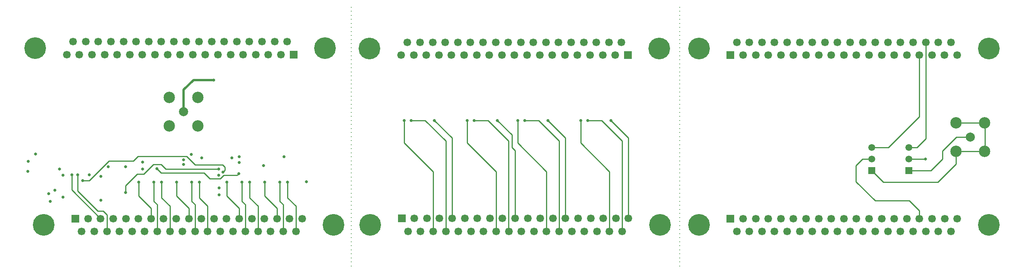
<source format=gbl>
G04 Layer_Physical_Order=4*
G04 Layer_Color=16711680*
%FSLAX25Y25*%
%MOIN*%
G70*
G01*
G75*
%ADD20C,0.01000*%
%ADD21C,0.02000*%
%ADD23C,0.01000*%
%ADD24R,0.06654X0.06654*%
%ADD25C,0.06654*%
%ADD26C,0.18740*%
%ADD27C,0.05906*%
%ADD28R,0.05906X0.05906*%
%ADD29C,0.09843*%
%ADD30C,0.07874*%
%ADD31C,0.02500*%
D20*
X511150Y397500D02*
X523650Y385000D01*
Y374050D02*
Y385000D01*
Y374050D02*
X526408Y371292D01*
X583000Y378000D02*
Y397500D01*
Y378000D02*
X607874Y353126D01*
X589000Y397500D02*
X601000D01*
X618740Y379760D01*
X609000Y397500D02*
X624177Y382323D01*
X528600Y378000D02*
Y397500D01*
Y378000D02*
X553474Y353126D01*
X534600Y397500D02*
X546600D01*
X564340Y379760D01*
X554600Y397500D02*
X569777Y382323D01*
X485150Y378000D02*
Y397500D01*
Y378000D02*
X510024Y353126D01*
X491150Y397500D02*
X503150D01*
X520890Y379760D01*
X430900Y378000D02*
X455774Y353126D01*
X430900Y378000D02*
Y397500D01*
X436900D02*
X448900D01*
X466640Y379760D01*
X456900Y397500D02*
X472077Y382323D01*
X907000Y383000D02*
X922500D01*
X848500Y374000D02*
X875197Y400697D01*
Y454000D01*
X907000Y395323D02*
X931646D01*
Y370677D02*
Y395323D01*
X906677Y370677D02*
X931646D01*
X866000Y354000D02*
X885000D01*
X895000Y364000D01*
Y371000D01*
X907000Y383000D01*
X891000Y344000D02*
X906677Y359677D01*
Y370677D01*
X472077Y312591D02*
Y382323D01*
X466640Y301410D02*
Y379760D01*
X455774Y301410D02*
Y353126D01*
X520890Y301410D02*
Y379760D01*
X510024Y301410D02*
Y353126D01*
X569777Y312591D02*
Y382323D01*
X564340Y301410D02*
Y379760D01*
X553474Y301410D02*
Y353126D01*
X624177Y312591D02*
Y382323D01*
X618740Y301410D02*
Y379760D01*
X607874Y301410D02*
Y353126D01*
X526408Y312591D02*
Y371292D01*
X323500Y327500D02*
Y344000D01*
Y327500D02*
X326425Y324575D01*
Y301311D02*
Y324575D01*
X330000Y330500D02*
Y344000D01*
Y330500D02*
X337291Y323209D01*
Y301311D02*
Y323209D01*
X320996Y312492D02*
Y321504D01*
X310500Y332000D02*
X320996Y321504D01*
X310500Y332000D02*
Y344000D01*
X277902Y332000D02*
Y344000D01*
Y332000D02*
X288398Y321504D01*
Y312492D02*
Y321504D01*
X304693Y301311D02*
Y323209D01*
X297402Y330500D02*
X304693Y323209D01*
X297402Y330500D02*
Y344000D01*
X293827Y301311D02*
Y324575D01*
X290902Y327500D02*
X293827Y324575D01*
X290902Y327500D02*
Y344000D01*
X234437Y332000D02*
Y344000D01*
Y332000D02*
X244933Y321504D01*
Y312492D02*
Y321504D01*
X261228Y301311D02*
Y323209D01*
X253937Y330500D02*
X261228Y323209D01*
X253937Y330500D02*
Y344000D01*
X250362Y301311D02*
Y324575D01*
X247437Y327500D02*
X250362Y324575D01*
X247437Y327500D02*
Y344000D01*
X201839Y332000D02*
Y344000D01*
Y332000D02*
X212335Y321504D01*
Y312492D02*
Y321504D01*
X228630Y301311D02*
Y323209D01*
X221339Y330500D02*
X228630Y323209D01*
X221339Y330500D02*
Y344000D01*
X217764Y301311D02*
Y324575D01*
X214839Y327500D02*
X217764Y324575D01*
X214839Y327500D02*
Y344000D01*
X144000Y337362D02*
X168870Y312492D01*
X144000Y337362D02*
Y350500D01*
X174299Y301311D02*
Y315701D01*
X171000Y319000D02*
X174299Y315701D01*
X166500Y319000D02*
X171000D01*
X149000Y336500D02*
X166500Y319000D01*
X149000Y336500D02*
Y350500D01*
X286471Y349971D02*
X288000Y351500D01*
X274971Y349971D02*
X286471D01*
X272000Y347000D02*
X274971Y349971D01*
X263000Y347000D02*
X272000D01*
X258000Y352000D02*
X263000Y347000D01*
X221250Y352000D02*
X258000D01*
X217500Y355750D02*
X221250Y352000D01*
X225220Y355279D02*
X270866D01*
X221000Y359500D02*
X225220Y355279D01*
X214500Y359500D02*
X221000D01*
X206000Y351000D02*
X214500Y359500D01*
X200500Y351000D02*
X206000D01*
X190500Y341000D02*
X200500Y351000D01*
X190500Y335000D02*
Y341000D01*
X153500Y345500D02*
X159000D01*
X176000Y362500D01*
X197000D01*
X201000Y366500D01*
X243000D01*
X250500Y359000D01*
X274000D01*
X276000Y357000D01*
Y354354D02*
Y357000D01*
X274366Y352720D02*
X276000Y354354D01*
X834000Y374000D02*
X848500D01*
X826000Y364000D02*
X834000D01*
X820500Y358500D02*
X826000Y364000D01*
X820500Y344500D02*
Y358500D01*
Y344500D02*
X837000Y328000D01*
X866500D01*
X875212Y319287D01*
Y312500D02*
Y319287D01*
X834000Y354000D02*
X844000Y344000D01*
X891000D01*
X880626Y381626D02*
Y465181D01*
X873000Y374000D02*
X880626Y381626D01*
X866000Y374000D02*
X873000D01*
X866000Y364000D02*
X880500D01*
D21*
X240500Y405000D02*
Y424000D01*
X249000Y432500D01*
X266500D01*
D23*
X668500Y271500D02*
D03*
Y275000D02*
D03*
Y278500D02*
D03*
Y282000D02*
D03*
Y285500D02*
D03*
Y289000D02*
D03*
Y292500D02*
D03*
Y296000D02*
D03*
Y299500D02*
D03*
Y303000D02*
D03*
Y306500D02*
D03*
Y310000D02*
D03*
Y313500D02*
D03*
Y317000D02*
D03*
Y320500D02*
D03*
Y324000D02*
D03*
Y327500D02*
D03*
Y331000D02*
D03*
Y334500D02*
D03*
Y338000D02*
D03*
Y341500D02*
D03*
Y345000D02*
D03*
Y348500D02*
D03*
Y352000D02*
D03*
Y355500D02*
D03*
Y359000D02*
D03*
Y362500D02*
D03*
Y366000D02*
D03*
Y369500D02*
D03*
Y373000D02*
D03*
Y376500D02*
D03*
Y380000D02*
D03*
Y383500D02*
D03*
Y387000D02*
D03*
Y390500D02*
D03*
Y394000D02*
D03*
Y397500D02*
D03*
Y401000D02*
D03*
Y404500D02*
D03*
Y408000D02*
D03*
Y411500D02*
D03*
Y415000D02*
D03*
Y418500D02*
D03*
Y422000D02*
D03*
Y425500D02*
D03*
Y429000D02*
D03*
Y432500D02*
D03*
Y436000D02*
D03*
Y439500D02*
D03*
Y443000D02*
D03*
Y446500D02*
D03*
Y450000D02*
D03*
Y453500D02*
D03*
Y457000D02*
D03*
Y460500D02*
D03*
Y464000D02*
D03*
Y467500D02*
D03*
Y471000D02*
D03*
Y474500D02*
D03*
Y478000D02*
D03*
Y481500D02*
D03*
Y485000D02*
D03*
Y488500D02*
D03*
Y492000D02*
D03*
Y495500D02*
D03*
X385000D02*
D03*
Y492000D02*
D03*
Y488500D02*
D03*
Y485000D02*
D03*
Y481500D02*
D03*
Y478000D02*
D03*
Y474500D02*
D03*
Y471000D02*
D03*
Y467500D02*
D03*
Y464000D02*
D03*
Y460500D02*
D03*
Y457000D02*
D03*
Y453500D02*
D03*
Y450000D02*
D03*
Y446500D02*
D03*
Y443000D02*
D03*
Y439500D02*
D03*
Y436000D02*
D03*
Y432500D02*
D03*
Y429000D02*
D03*
Y425500D02*
D03*
Y422000D02*
D03*
Y418500D02*
D03*
Y415000D02*
D03*
Y411500D02*
D03*
Y408000D02*
D03*
Y404500D02*
D03*
Y401000D02*
D03*
Y397500D02*
D03*
Y394000D02*
D03*
Y390500D02*
D03*
Y387000D02*
D03*
Y383500D02*
D03*
Y380000D02*
D03*
Y376500D02*
D03*
Y373000D02*
D03*
Y369500D02*
D03*
Y366000D02*
D03*
Y362500D02*
D03*
Y359000D02*
D03*
Y355500D02*
D03*
Y352000D02*
D03*
Y348500D02*
D03*
Y345000D02*
D03*
Y341500D02*
D03*
Y338000D02*
D03*
Y334500D02*
D03*
Y331000D02*
D03*
Y327500D02*
D03*
Y324000D02*
D03*
Y320500D02*
D03*
Y317000D02*
D03*
Y313500D02*
D03*
Y310000D02*
D03*
Y306500D02*
D03*
Y303000D02*
D03*
Y299500D02*
D03*
Y296000D02*
D03*
Y292500D02*
D03*
Y289000D02*
D03*
Y285500D02*
D03*
Y282000D02*
D03*
Y278500D02*
D03*
Y275000D02*
D03*
Y271500D02*
D03*
D24*
X335287Y454409D02*
D03*
X623688Y454009D02*
D03*
X428613Y312591D02*
D03*
X712220Y312500D02*
D03*
X712205Y454000D02*
D03*
X147138Y312492D02*
D03*
D25*
X139697Y454409D02*
D03*
X324421D02*
D03*
X313555D02*
D03*
X302689D02*
D03*
X291823D02*
D03*
X280957D02*
D03*
X270091D02*
D03*
X259225D02*
D03*
X248358D02*
D03*
X237492D02*
D03*
X226626D02*
D03*
X215760D02*
D03*
X204894D02*
D03*
X194028D02*
D03*
X183161D02*
D03*
X172295D02*
D03*
X161429D02*
D03*
X150563D02*
D03*
X329858Y465590D02*
D03*
X318992D02*
D03*
X308126D02*
D03*
X297260D02*
D03*
X286394D02*
D03*
X275528D02*
D03*
X264662D02*
D03*
X253795D02*
D03*
X242929D02*
D03*
X232063D02*
D03*
X221197D02*
D03*
X210331D02*
D03*
X199465D02*
D03*
X188599D02*
D03*
X177732D02*
D03*
X166866D02*
D03*
X156000D02*
D03*
X145134D02*
D03*
X433534Y465191D02*
D03*
X444400D02*
D03*
X455266D02*
D03*
X466132D02*
D03*
X476999D02*
D03*
X487865D02*
D03*
X498731D02*
D03*
X509597D02*
D03*
X520463D02*
D03*
X531329D02*
D03*
X542195D02*
D03*
X553061D02*
D03*
X563928D02*
D03*
X574794D02*
D03*
X585660D02*
D03*
X596526D02*
D03*
X607392D02*
D03*
X618258D02*
D03*
X438963Y454009D02*
D03*
X449829D02*
D03*
X460695D02*
D03*
X471561D02*
D03*
X482428D02*
D03*
X493294D02*
D03*
X504160D02*
D03*
X515026D02*
D03*
X525892D02*
D03*
X536758D02*
D03*
X547624D02*
D03*
X558491D02*
D03*
X569357D02*
D03*
X580223D02*
D03*
X591089D02*
D03*
X601955D02*
D03*
X612821D02*
D03*
X428097D02*
D03*
X624203Y312591D02*
D03*
X439479D02*
D03*
X450345D02*
D03*
X461211D02*
D03*
X472077D02*
D03*
X482943D02*
D03*
X493809D02*
D03*
X504675D02*
D03*
X515542D02*
D03*
X526408D02*
D03*
X537274D02*
D03*
X548140D02*
D03*
X559006D02*
D03*
X569872D02*
D03*
X580738D02*
D03*
X591605D02*
D03*
X602471D02*
D03*
X613337D02*
D03*
X434042Y301410D02*
D03*
X444908D02*
D03*
X455774D02*
D03*
X466640D02*
D03*
X477506D02*
D03*
X488372D02*
D03*
X499238D02*
D03*
X510105D02*
D03*
X520971D02*
D03*
X531837D02*
D03*
X542703D02*
D03*
X553569D02*
D03*
X564435D02*
D03*
X575302D02*
D03*
X586168D02*
D03*
X597034D02*
D03*
X607900D02*
D03*
X618766D02*
D03*
X902374Y301319D02*
D03*
X891508D02*
D03*
X880642D02*
D03*
X869775D02*
D03*
X858909D02*
D03*
X848043D02*
D03*
X837177D02*
D03*
X826311D02*
D03*
X815445D02*
D03*
X804579D02*
D03*
X793713D02*
D03*
X782846D02*
D03*
X771980D02*
D03*
X761114D02*
D03*
X750248D02*
D03*
X739382D02*
D03*
X728516D02*
D03*
X717650D02*
D03*
X896945Y312500D02*
D03*
X886079D02*
D03*
X875212D02*
D03*
X864346D02*
D03*
X853480D02*
D03*
X842614D02*
D03*
X831748D02*
D03*
X820882D02*
D03*
X810016D02*
D03*
X799150D02*
D03*
X788283D02*
D03*
X777417D02*
D03*
X766551D02*
D03*
X755685D02*
D03*
X744819D02*
D03*
X733953D02*
D03*
X723087D02*
D03*
X907811D02*
D03*
X902358Y465181D02*
D03*
X891492D02*
D03*
X880626D02*
D03*
X869760D02*
D03*
X858894D02*
D03*
X848028D02*
D03*
X837161D02*
D03*
X826295D02*
D03*
X815429D02*
D03*
X804563D02*
D03*
X793697D02*
D03*
X782831D02*
D03*
X771965D02*
D03*
X761098D02*
D03*
X750232D02*
D03*
X739366D02*
D03*
X728500D02*
D03*
X717634D02*
D03*
X896929Y454000D02*
D03*
X886063D02*
D03*
X875197D02*
D03*
X864331D02*
D03*
X853465D02*
D03*
X842598D02*
D03*
X831732D02*
D03*
X820866D02*
D03*
X810000D02*
D03*
X799134D02*
D03*
X788268D02*
D03*
X777402D02*
D03*
X766535D02*
D03*
X755669D02*
D03*
X744803D02*
D03*
X733937D02*
D03*
X723071D02*
D03*
X907795D02*
D03*
X337291Y301311D02*
D03*
X326425D02*
D03*
X315559D02*
D03*
X304693D02*
D03*
X293827D02*
D03*
X282961D02*
D03*
X272094D02*
D03*
X261228D02*
D03*
X250362D02*
D03*
X239496D02*
D03*
X228630D02*
D03*
X217764D02*
D03*
X206898D02*
D03*
X196031D02*
D03*
X185165D02*
D03*
X174299D02*
D03*
X163433D02*
D03*
X152567D02*
D03*
X331862Y312492D02*
D03*
X320996D02*
D03*
X310130D02*
D03*
X299264D02*
D03*
X288398D02*
D03*
X277531D02*
D03*
X266665D02*
D03*
X255799D02*
D03*
X244933D02*
D03*
X234067D02*
D03*
X223201D02*
D03*
X212335D02*
D03*
X201468D02*
D03*
X190602D02*
D03*
X179736D02*
D03*
X168870D02*
D03*
X158004D02*
D03*
X342728D02*
D03*
D26*
X112500Y460000D02*
D03*
X362500D02*
D03*
X650900Y459600D02*
D03*
X400900D02*
D03*
X651400Y307000D02*
D03*
X401400D02*
D03*
X685008Y306909D02*
D03*
X935008D02*
D03*
X685008Y459591D02*
D03*
X935008D02*
D03*
X119925Y306902D02*
D03*
X369925D02*
D03*
D27*
X834000Y364000D02*
D03*
Y374000D02*
D03*
X866000Y364000D02*
D03*
Y374000D02*
D03*
D28*
X834000Y354000D02*
D03*
X866000D02*
D03*
D29*
X252823Y392677D02*
D03*
X228177D02*
D03*
Y417323D02*
D03*
X252823D02*
D03*
X931323Y370677D02*
D03*
Y395323D02*
D03*
X906677D02*
D03*
Y370677D02*
D03*
D30*
X240500Y405000D02*
D03*
X919000Y383000D02*
D03*
D31*
X266500Y432500D02*
D03*
X310500Y344000D02*
D03*
X323500D02*
D03*
X330000D02*
D03*
X297402D02*
D03*
X290902D02*
D03*
X277902D02*
D03*
X253937D02*
D03*
X247437D02*
D03*
X234437D02*
D03*
X221339D02*
D03*
X214839D02*
D03*
X201839D02*
D03*
X271000Y339000D02*
D03*
Y333000D02*
D03*
X205000Y355500D02*
D03*
Y361500D02*
D03*
X240500Y363250D02*
D03*
X217500Y355750D02*
D03*
X309500Y358500D02*
D03*
X288500Y361000D02*
D03*
X282000Y365000D02*
D03*
X288000Y351500D02*
D03*
X274366Y352720D02*
D03*
X270634Y350161D02*
D03*
X288500Y366000D02*
D03*
X327000D02*
D03*
X190500Y357500D02*
D03*
X175500D02*
D03*
X169000Y328500D02*
D03*
Y349000D02*
D03*
X144000Y350500D02*
D03*
X149000D02*
D03*
X136500Y331000D02*
D03*
X129500Y337000D02*
D03*
X106500Y362000D02*
D03*
X106250Y353500D02*
D03*
X133500Y355500D02*
D03*
X112750Y368250D02*
D03*
X136500Y350000D02*
D03*
X124000Y334000D02*
D03*
X125500Y327500D02*
D03*
X159000Y350500D02*
D03*
X270866Y355279D02*
D03*
X190500Y335000D02*
D03*
X153500Y345500D02*
D03*
X346500Y344500D02*
D03*
X240500Y359500D02*
D03*
X247000Y368000D02*
D03*
X256000Y365000D02*
D03*
X880500Y364000D02*
D03*
X430900Y397500D02*
D03*
X436900D02*
D03*
X485150D02*
D03*
X528600D02*
D03*
X583000D02*
D03*
X491150D02*
D03*
X534600D02*
D03*
X511150D02*
D03*
X554600D02*
D03*
X589000D02*
D03*
X609000D02*
D03*
X456900D02*
D03*
M02*

</source>
